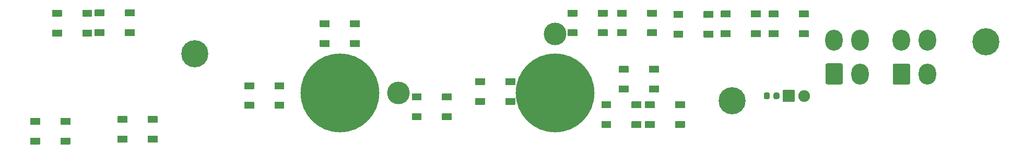
<source format=gbr>
%TF.GenerationSoftware,KiCad,Pcbnew,(5.1.12-1-10_14)*%
%TF.CreationDate,2021-11-27T12:00:23+11:00*%
%TF.ProjectId,HUD VID RCD Panel PCB V2,48554420-5649-4442-9052-43442050616e,rev?*%
%TF.SameCoordinates,Original*%
%TF.FileFunction,Soldermask,Top*%
%TF.FilePolarity,Negative*%
%FSLAX46Y46*%
G04 Gerber Fmt 4.6, Leading zero omitted, Abs format (unit mm)*
G04 Created by KiCad (PCBNEW (5.1.12-1-10_14)) date 2021-11-27 12:00:23*
%MOMM*%
%LPD*%
G01*
G04 APERTURE LIST*
%ADD10C,4.400000*%
%ADD11O,2.800000X3.400000*%
%ADD12C,12.800000*%
%ADD13C,3.672000*%
%ADD14C,1.900000*%
G04 APERTURE END LIST*
D10*
%TO.C,REF\u002A\u002A*%
X84074000Y-76073000D03*
%TD*%
%TO.C,REF\u002A\u002A*%
X171196000Y-83693000D03*
%TD*%
%TO.C,REF\u002A\u002A*%
X212344000Y-74168000D03*
%TD*%
D11*
%TO.C,J1*%
X202819000Y-73914000D03*
X198619000Y-73914000D03*
X202819000Y-79414000D03*
G36*
G01*
X197219000Y-80853600D02*
X197219000Y-77974400D01*
G75*
G02*
X197479400Y-77714000I260400J0D01*
G01*
X199758600Y-77714000D01*
G75*
G02*
X200019000Y-77974400I0J-260400D01*
G01*
X200019000Y-80853600D01*
G75*
G02*
X199758600Y-81114000I-260400J0D01*
G01*
X197479400Y-81114000D01*
G75*
G02*
X197219000Y-80853600I0J260400D01*
G01*
G37*
%TD*%
D12*
%TO.C,REF\u002A\u002A*%
X107569000Y-82423000D03*
X107569000Y-82423000D03*
D13*
X117094000Y-82423000D03*
%TD*%
D12*
%TO.C,REF\u002A\u002A*%
X142494000Y-82423000D03*
X142494000Y-82423000D03*
D13*
X142494000Y-72898000D03*
%TD*%
%TO.C,R1*%
G36*
G01*
X177272000Y-82649750D02*
X177272000Y-83212250D01*
G75*
G02*
X177028250Y-83456000I-243750J0D01*
G01*
X176540750Y-83456000D01*
G75*
G02*
X176297000Y-83212250I0J243750D01*
G01*
X176297000Y-82649750D01*
G75*
G02*
X176540750Y-82406000I243750J0D01*
G01*
X177028250Y-82406000D01*
G75*
G02*
X177272000Y-82649750I0J-243750D01*
G01*
G37*
G36*
G01*
X178847000Y-82649750D02*
X178847000Y-83212250D01*
G75*
G02*
X178603250Y-83456000I-243750J0D01*
G01*
X178115750Y-83456000D01*
G75*
G02*
X177872000Y-83212250I0J243750D01*
G01*
X177872000Y-82649750D01*
G75*
G02*
X178115750Y-82406000I243750J0D01*
G01*
X178603250Y-82406000D01*
G75*
G02*
X178847000Y-82649750I0J-243750D01*
G01*
G37*
%TD*%
D11*
%TO.C,J2*%
X191906000Y-73875000D03*
X187706000Y-73875000D03*
X191906000Y-79375000D03*
G36*
G01*
X186306000Y-80814600D02*
X186306000Y-77935400D01*
G75*
G02*
X186566400Y-77675000I260400J0D01*
G01*
X188845600Y-77675000D01*
G75*
G02*
X189106000Y-77935400I0J-260400D01*
G01*
X189106000Y-80814600D01*
G75*
G02*
X188845600Y-81075000I-260400J0D01*
G01*
X186566400Y-81075000D01*
G75*
G02*
X186306000Y-80814600I0J260400D01*
G01*
G37*
%TD*%
D14*
%TO.C,D17*%
X182880000Y-82931000D03*
G36*
G01*
X179390000Y-83831000D02*
X179390000Y-82031000D01*
G75*
G02*
X179440000Y-81981000I50000J0D01*
G01*
X181240000Y-81981000D01*
G75*
G02*
X181290000Y-82031000I0J-50000D01*
G01*
X181290000Y-83831000D01*
G75*
G02*
X181240000Y-83881000I-50000J0D01*
G01*
X179440000Y-83881000D01*
G75*
G02*
X179390000Y-83831000I0J50000D01*
G01*
G37*
%TD*%
%TO.C,D16*%
G36*
G01*
X177090000Y-70172400D02*
X177090000Y-69172400D01*
G75*
G02*
X177140000Y-69122400I50000J0D01*
G01*
X178640000Y-69122400D01*
G75*
G02*
X178690000Y-69172400I0J-50000D01*
G01*
X178690000Y-70172400D01*
G75*
G02*
X178640000Y-70222400I-50000J0D01*
G01*
X177140000Y-70222400D01*
G75*
G02*
X177090000Y-70172400I0J50000D01*
G01*
G37*
G36*
G01*
X177090000Y-73372400D02*
X177090000Y-72372400D01*
G75*
G02*
X177140000Y-72322400I50000J0D01*
G01*
X178640000Y-72322400D01*
G75*
G02*
X178690000Y-72372400I0J-50000D01*
G01*
X178690000Y-73372400D01*
G75*
G02*
X178640000Y-73422400I-50000J0D01*
G01*
X177140000Y-73422400D01*
G75*
G02*
X177090000Y-73372400I0J50000D01*
G01*
G37*
G36*
G01*
X181990000Y-70172400D02*
X181990000Y-69172400D01*
G75*
G02*
X182040000Y-69122400I50000J0D01*
G01*
X183540000Y-69122400D01*
G75*
G02*
X183590000Y-69172400I0J-50000D01*
G01*
X183590000Y-70172400D01*
G75*
G02*
X183540000Y-70222400I-50000J0D01*
G01*
X182040000Y-70222400D01*
G75*
G02*
X181990000Y-70172400I0J50000D01*
G01*
G37*
G36*
G01*
X181990000Y-73372400D02*
X181990000Y-72372400D01*
G75*
G02*
X182040000Y-72322400I50000J0D01*
G01*
X183540000Y-72322400D01*
G75*
G02*
X183590000Y-72372400I0J-50000D01*
G01*
X183590000Y-73372400D01*
G75*
G02*
X183540000Y-73422400I-50000J0D01*
G01*
X182040000Y-73422400D01*
G75*
G02*
X181990000Y-73372400I0J50000D01*
G01*
G37*
%TD*%
%TO.C,D15*%
G36*
G01*
X169329000Y-70146800D02*
X169329000Y-69146800D01*
G75*
G02*
X169379000Y-69096800I50000J0D01*
G01*
X170879000Y-69096800D01*
G75*
G02*
X170929000Y-69146800I0J-50000D01*
G01*
X170929000Y-70146800D01*
G75*
G02*
X170879000Y-70196800I-50000J0D01*
G01*
X169379000Y-70196800D01*
G75*
G02*
X169329000Y-70146800I0J50000D01*
G01*
G37*
G36*
G01*
X169329000Y-73346800D02*
X169329000Y-72346800D01*
G75*
G02*
X169379000Y-72296800I50000J0D01*
G01*
X170879000Y-72296800D01*
G75*
G02*
X170929000Y-72346800I0J-50000D01*
G01*
X170929000Y-73346800D01*
G75*
G02*
X170879000Y-73396800I-50000J0D01*
G01*
X169379000Y-73396800D01*
G75*
G02*
X169329000Y-73346800I0J50000D01*
G01*
G37*
G36*
G01*
X174229000Y-70146800D02*
X174229000Y-69146800D01*
G75*
G02*
X174279000Y-69096800I50000J0D01*
G01*
X175779000Y-69096800D01*
G75*
G02*
X175829000Y-69146800I0J-50000D01*
G01*
X175829000Y-70146800D01*
G75*
G02*
X175779000Y-70196800I-50000J0D01*
G01*
X174279000Y-70196800D01*
G75*
G02*
X174229000Y-70146800I0J50000D01*
G01*
G37*
G36*
G01*
X174229000Y-73346800D02*
X174229000Y-72346800D01*
G75*
G02*
X174279000Y-72296800I50000J0D01*
G01*
X175779000Y-72296800D01*
G75*
G02*
X175829000Y-72346800I0J-50000D01*
G01*
X175829000Y-73346800D01*
G75*
G02*
X175779000Y-73396800I-50000J0D01*
G01*
X174279000Y-73396800D01*
G75*
G02*
X174229000Y-73346800I0J50000D01*
G01*
G37*
%TD*%
%TO.C,D14*%
G36*
G01*
X161647000Y-70223200D02*
X161647000Y-69223200D01*
G75*
G02*
X161697000Y-69173200I50000J0D01*
G01*
X163197000Y-69173200D01*
G75*
G02*
X163247000Y-69223200I0J-50000D01*
G01*
X163247000Y-70223200D01*
G75*
G02*
X163197000Y-70273200I-50000J0D01*
G01*
X161697000Y-70273200D01*
G75*
G02*
X161647000Y-70223200I0J50000D01*
G01*
G37*
G36*
G01*
X161647000Y-73423200D02*
X161647000Y-72423200D01*
G75*
G02*
X161697000Y-72373200I50000J0D01*
G01*
X163197000Y-72373200D01*
G75*
G02*
X163247000Y-72423200I0J-50000D01*
G01*
X163247000Y-73423200D01*
G75*
G02*
X163197000Y-73473200I-50000J0D01*
G01*
X161697000Y-73473200D01*
G75*
G02*
X161647000Y-73423200I0J50000D01*
G01*
G37*
G36*
G01*
X166547000Y-70223200D02*
X166547000Y-69223200D01*
G75*
G02*
X166597000Y-69173200I50000J0D01*
G01*
X168097000Y-69173200D01*
G75*
G02*
X168147000Y-69223200I0J-50000D01*
G01*
X168147000Y-70223200D01*
G75*
G02*
X168097000Y-70273200I-50000J0D01*
G01*
X166597000Y-70273200D01*
G75*
G02*
X166547000Y-70223200I0J50000D01*
G01*
G37*
G36*
G01*
X166547000Y-73423200D02*
X166547000Y-72423200D01*
G75*
G02*
X166597000Y-72373200I50000J0D01*
G01*
X168097000Y-72373200D01*
G75*
G02*
X168147000Y-72423200I0J-50000D01*
G01*
X168147000Y-73423200D01*
G75*
G02*
X168097000Y-73473200I-50000J0D01*
G01*
X166597000Y-73473200D01*
G75*
G02*
X166547000Y-73423200I0J50000D01*
G01*
G37*
%TD*%
%TO.C,D13*%
G36*
G01*
X152503000Y-70020000D02*
X152503000Y-69020000D01*
G75*
G02*
X152553000Y-68970000I50000J0D01*
G01*
X154053000Y-68970000D01*
G75*
G02*
X154103000Y-69020000I0J-50000D01*
G01*
X154103000Y-70020000D01*
G75*
G02*
X154053000Y-70070000I-50000J0D01*
G01*
X152553000Y-70070000D01*
G75*
G02*
X152503000Y-70020000I0J50000D01*
G01*
G37*
G36*
G01*
X152503000Y-73220000D02*
X152503000Y-72220000D01*
G75*
G02*
X152553000Y-72170000I50000J0D01*
G01*
X154053000Y-72170000D01*
G75*
G02*
X154103000Y-72220000I0J-50000D01*
G01*
X154103000Y-73220000D01*
G75*
G02*
X154053000Y-73270000I-50000J0D01*
G01*
X152553000Y-73270000D01*
G75*
G02*
X152503000Y-73220000I0J50000D01*
G01*
G37*
G36*
G01*
X157403000Y-70020000D02*
X157403000Y-69020000D01*
G75*
G02*
X157453000Y-68970000I50000J0D01*
G01*
X158953000Y-68970000D01*
G75*
G02*
X159003000Y-69020000I0J-50000D01*
G01*
X159003000Y-70020000D01*
G75*
G02*
X158953000Y-70070000I-50000J0D01*
G01*
X157453000Y-70070000D01*
G75*
G02*
X157403000Y-70020000I0J50000D01*
G01*
G37*
G36*
G01*
X157403000Y-73220000D02*
X157403000Y-72220000D01*
G75*
G02*
X157453000Y-72170000I50000J0D01*
G01*
X158953000Y-72170000D01*
G75*
G02*
X159003000Y-72220000I0J-50000D01*
G01*
X159003000Y-73220000D01*
G75*
G02*
X158953000Y-73270000I-50000J0D01*
G01*
X157453000Y-73270000D01*
G75*
G02*
X157403000Y-73220000I0J50000D01*
G01*
G37*
%TD*%
%TO.C,D12*%
G36*
G01*
X144476000Y-70020000D02*
X144476000Y-69020000D01*
G75*
G02*
X144526000Y-68970000I50000J0D01*
G01*
X146026000Y-68970000D01*
G75*
G02*
X146076000Y-69020000I0J-50000D01*
G01*
X146076000Y-70020000D01*
G75*
G02*
X146026000Y-70070000I-50000J0D01*
G01*
X144526000Y-70070000D01*
G75*
G02*
X144476000Y-70020000I0J50000D01*
G01*
G37*
G36*
G01*
X144476000Y-73220000D02*
X144476000Y-72220000D01*
G75*
G02*
X144526000Y-72170000I50000J0D01*
G01*
X146026000Y-72170000D01*
G75*
G02*
X146076000Y-72220000I0J-50000D01*
G01*
X146076000Y-73220000D01*
G75*
G02*
X146026000Y-73270000I-50000J0D01*
G01*
X144526000Y-73270000D01*
G75*
G02*
X144476000Y-73220000I0J50000D01*
G01*
G37*
G36*
G01*
X149376000Y-70020000D02*
X149376000Y-69020000D01*
G75*
G02*
X149426000Y-68970000I50000J0D01*
G01*
X150926000Y-68970000D01*
G75*
G02*
X150976000Y-69020000I0J-50000D01*
G01*
X150976000Y-70020000D01*
G75*
G02*
X150926000Y-70070000I-50000J0D01*
G01*
X149426000Y-70070000D01*
G75*
G02*
X149376000Y-70020000I0J50000D01*
G01*
G37*
G36*
G01*
X149376000Y-73220000D02*
X149376000Y-72220000D01*
G75*
G02*
X149426000Y-72170000I50000J0D01*
G01*
X150926000Y-72170000D01*
G75*
G02*
X150976000Y-72220000I0J-50000D01*
G01*
X150976000Y-73220000D01*
G75*
G02*
X150926000Y-73270000I-50000J0D01*
G01*
X149426000Y-73270000D01*
G75*
G02*
X149376000Y-73220000I0J50000D01*
G01*
G37*
%TD*%
%TO.C,D11*%
G36*
G01*
X157012000Y-84878800D02*
X157012000Y-83878800D01*
G75*
G02*
X157062000Y-83828800I50000J0D01*
G01*
X158562000Y-83828800D01*
G75*
G02*
X158612000Y-83878800I0J-50000D01*
G01*
X158612000Y-84878800D01*
G75*
G02*
X158562000Y-84928800I-50000J0D01*
G01*
X157062000Y-84928800D01*
G75*
G02*
X157012000Y-84878800I0J50000D01*
G01*
G37*
G36*
G01*
X157012000Y-88078800D02*
X157012000Y-87078800D01*
G75*
G02*
X157062000Y-87028800I50000J0D01*
G01*
X158562000Y-87028800D01*
G75*
G02*
X158612000Y-87078800I0J-50000D01*
G01*
X158612000Y-88078800D01*
G75*
G02*
X158562000Y-88128800I-50000J0D01*
G01*
X157062000Y-88128800D01*
G75*
G02*
X157012000Y-88078800I0J50000D01*
G01*
G37*
G36*
G01*
X161912000Y-84878800D02*
X161912000Y-83878800D01*
G75*
G02*
X161962000Y-83828800I50000J0D01*
G01*
X163462000Y-83828800D01*
G75*
G02*
X163512000Y-83878800I0J-50000D01*
G01*
X163512000Y-84878800D01*
G75*
G02*
X163462000Y-84928800I-50000J0D01*
G01*
X161962000Y-84928800D01*
G75*
G02*
X161912000Y-84878800I0J50000D01*
G01*
G37*
G36*
G01*
X161912000Y-88078800D02*
X161912000Y-87078800D01*
G75*
G02*
X161962000Y-87028800I50000J0D01*
G01*
X163462000Y-87028800D01*
G75*
G02*
X163512000Y-87078800I0J-50000D01*
G01*
X163512000Y-88078800D01*
G75*
G02*
X163462000Y-88128800I-50000J0D01*
G01*
X161962000Y-88128800D01*
G75*
G02*
X161912000Y-88078800I0J50000D01*
G01*
G37*
%TD*%
%TO.C,D10*%
G36*
G01*
X149963000Y-84904400D02*
X149963000Y-83904400D01*
G75*
G02*
X150013000Y-83854400I50000J0D01*
G01*
X151513000Y-83854400D01*
G75*
G02*
X151563000Y-83904400I0J-50000D01*
G01*
X151563000Y-84904400D01*
G75*
G02*
X151513000Y-84954400I-50000J0D01*
G01*
X150013000Y-84954400D01*
G75*
G02*
X149963000Y-84904400I0J50000D01*
G01*
G37*
G36*
G01*
X149963000Y-88104400D02*
X149963000Y-87104400D01*
G75*
G02*
X150013000Y-87054400I50000J0D01*
G01*
X151513000Y-87054400D01*
G75*
G02*
X151563000Y-87104400I0J-50000D01*
G01*
X151563000Y-88104400D01*
G75*
G02*
X151513000Y-88154400I-50000J0D01*
G01*
X150013000Y-88154400D01*
G75*
G02*
X149963000Y-88104400I0J50000D01*
G01*
G37*
G36*
G01*
X154863000Y-84904400D02*
X154863000Y-83904400D01*
G75*
G02*
X154913000Y-83854400I50000J0D01*
G01*
X156413000Y-83854400D01*
G75*
G02*
X156463000Y-83904400I0J-50000D01*
G01*
X156463000Y-84904400D01*
G75*
G02*
X156413000Y-84954400I-50000J0D01*
G01*
X154913000Y-84954400D01*
G75*
G02*
X154863000Y-84904400I0J50000D01*
G01*
G37*
G36*
G01*
X154863000Y-88104400D02*
X154863000Y-87104400D01*
G75*
G02*
X154913000Y-87054400I50000J0D01*
G01*
X156413000Y-87054400D01*
G75*
G02*
X156463000Y-87104400I0J-50000D01*
G01*
X156463000Y-88104400D01*
G75*
G02*
X156413000Y-88154400I-50000J0D01*
G01*
X154913000Y-88154400D01*
G75*
G02*
X154863000Y-88104400I0J50000D01*
G01*
G37*
%TD*%
%TO.C,D9*%
G36*
G01*
X152796000Y-79138800D02*
X152796000Y-78138800D01*
G75*
G02*
X152846000Y-78088800I50000J0D01*
G01*
X154346000Y-78088800D01*
G75*
G02*
X154396000Y-78138800I0J-50000D01*
G01*
X154396000Y-79138800D01*
G75*
G02*
X154346000Y-79188800I-50000J0D01*
G01*
X152846000Y-79188800D01*
G75*
G02*
X152796000Y-79138800I0J50000D01*
G01*
G37*
G36*
G01*
X152796000Y-82338800D02*
X152796000Y-81338800D01*
G75*
G02*
X152846000Y-81288800I50000J0D01*
G01*
X154346000Y-81288800D01*
G75*
G02*
X154396000Y-81338800I0J-50000D01*
G01*
X154396000Y-82338800D01*
G75*
G02*
X154346000Y-82388800I-50000J0D01*
G01*
X152846000Y-82388800D01*
G75*
G02*
X152796000Y-82338800I0J50000D01*
G01*
G37*
G36*
G01*
X157696000Y-79138800D02*
X157696000Y-78138800D01*
G75*
G02*
X157746000Y-78088800I50000J0D01*
G01*
X159246000Y-78088800D01*
G75*
G02*
X159296000Y-78138800I0J-50000D01*
G01*
X159296000Y-79138800D01*
G75*
G02*
X159246000Y-79188800I-50000J0D01*
G01*
X157746000Y-79188800D01*
G75*
G02*
X157696000Y-79138800I0J50000D01*
G01*
G37*
G36*
G01*
X157696000Y-82338800D02*
X157696000Y-81338800D01*
G75*
G02*
X157746000Y-81288800I50000J0D01*
G01*
X159246000Y-81288800D01*
G75*
G02*
X159296000Y-81338800I0J-50000D01*
G01*
X159296000Y-82338800D01*
G75*
G02*
X159246000Y-82388800I-50000J0D01*
G01*
X157746000Y-82388800D01*
G75*
G02*
X157696000Y-82338800I0J50000D01*
G01*
G37*
%TD*%
%TO.C,D8*%
G36*
G01*
X129502000Y-81119600D02*
X129502000Y-80119600D01*
G75*
G02*
X129552000Y-80069600I50000J0D01*
G01*
X131052000Y-80069600D01*
G75*
G02*
X131102000Y-80119600I0J-50000D01*
G01*
X131102000Y-81119600D01*
G75*
G02*
X131052000Y-81169600I-50000J0D01*
G01*
X129552000Y-81169600D01*
G75*
G02*
X129502000Y-81119600I0J50000D01*
G01*
G37*
G36*
G01*
X129502000Y-84319600D02*
X129502000Y-83319600D01*
G75*
G02*
X129552000Y-83269600I50000J0D01*
G01*
X131052000Y-83269600D01*
G75*
G02*
X131102000Y-83319600I0J-50000D01*
G01*
X131102000Y-84319600D01*
G75*
G02*
X131052000Y-84369600I-50000J0D01*
G01*
X129552000Y-84369600D01*
G75*
G02*
X129502000Y-84319600I0J50000D01*
G01*
G37*
G36*
G01*
X134402000Y-81119600D02*
X134402000Y-80119600D01*
G75*
G02*
X134452000Y-80069600I50000J0D01*
G01*
X135952000Y-80069600D01*
G75*
G02*
X136002000Y-80119600I0J-50000D01*
G01*
X136002000Y-81119600D01*
G75*
G02*
X135952000Y-81169600I-50000J0D01*
G01*
X134452000Y-81169600D01*
G75*
G02*
X134402000Y-81119600I0J50000D01*
G01*
G37*
G36*
G01*
X134402000Y-84319600D02*
X134402000Y-83319600D01*
G75*
G02*
X134452000Y-83269600I50000J0D01*
G01*
X135952000Y-83269600D01*
G75*
G02*
X136002000Y-83319600I0J-50000D01*
G01*
X136002000Y-84319600D01*
G75*
G02*
X135952000Y-84369600I-50000J0D01*
G01*
X134452000Y-84369600D01*
G75*
G02*
X134402000Y-84319600I0J50000D01*
G01*
G37*
%TD*%
%TO.C,D7*%
G36*
G01*
X119229000Y-83634400D02*
X119229000Y-82634400D01*
G75*
G02*
X119279000Y-82584400I50000J0D01*
G01*
X120779000Y-82584400D01*
G75*
G02*
X120829000Y-82634400I0J-50000D01*
G01*
X120829000Y-83634400D01*
G75*
G02*
X120779000Y-83684400I-50000J0D01*
G01*
X119279000Y-83684400D01*
G75*
G02*
X119229000Y-83634400I0J50000D01*
G01*
G37*
G36*
G01*
X119229000Y-86834400D02*
X119229000Y-85834400D01*
G75*
G02*
X119279000Y-85784400I50000J0D01*
G01*
X120779000Y-85784400D01*
G75*
G02*
X120829000Y-85834400I0J-50000D01*
G01*
X120829000Y-86834400D01*
G75*
G02*
X120779000Y-86884400I-50000J0D01*
G01*
X119279000Y-86884400D01*
G75*
G02*
X119229000Y-86834400I0J50000D01*
G01*
G37*
G36*
G01*
X124129000Y-83634400D02*
X124129000Y-82634400D01*
G75*
G02*
X124179000Y-82584400I50000J0D01*
G01*
X125679000Y-82584400D01*
G75*
G02*
X125729000Y-82634400I0J-50000D01*
G01*
X125729000Y-83634400D01*
G75*
G02*
X125679000Y-83684400I-50000J0D01*
G01*
X124179000Y-83684400D01*
G75*
G02*
X124129000Y-83634400I0J50000D01*
G01*
G37*
G36*
G01*
X124129000Y-86834400D02*
X124129000Y-85834400D01*
G75*
G02*
X124179000Y-85784400I50000J0D01*
G01*
X125679000Y-85784400D01*
G75*
G02*
X125729000Y-85834400I0J-50000D01*
G01*
X125729000Y-86834400D01*
G75*
G02*
X125679000Y-86884400I-50000J0D01*
G01*
X124179000Y-86884400D01*
G75*
G02*
X124129000Y-86834400I0J50000D01*
G01*
G37*
%TD*%
%TO.C,D6*%
G36*
G01*
X104305000Y-71721600D02*
X104305000Y-70721600D01*
G75*
G02*
X104355000Y-70671600I50000J0D01*
G01*
X105855000Y-70671600D01*
G75*
G02*
X105905000Y-70721600I0J-50000D01*
G01*
X105905000Y-71721600D01*
G75*
G02*
X105855000Y-71771600I-50000J0D01*
G01*
X104355000Y-71771600D01*
G75*
G02*
X104305000Y-71721600I0J50000D01*
G01*
G37*
G36*
G01*
X104305000Y-74921600D02*
X104305000Y-73921600D01*
G75*
G02*
X104355000Y-73871600I50000J0D01*
G01*
X105855000Y-73871600D01*
G75*
G02*
X105905000Y-73921600I0J-50000D01*
G01*
X105905000Y-74921600D01*
G75*
G02*
X105855000Y-74971600I-50000J0D01*
G01*
X104355000Y-74971600D01*
G75*
G02*
X104305000Y-74921600I0J50000D01*
G01*
G37*
G36*
G01*
X109205000Y-71721600D02*
X109205000Y-70721600D01*
G75*
G02*
X109255000Y-70671600I50000J0D01*
G01*
X110755000Y-70671600D01*
G75*
G02*
X110805000Y-70721600I0J-50000D01*
G01*
X110805000Y-71721600D01*
G75*
G02*
X110755000Y-71771600I-50000J0D01*
G01*
X109255000Y-71771600D01*
G75*
G02*
X109205000Y-71721600I0J50000D01*
G01*
G37*
G36*
G01*
X109205000Y-74921600D02*
X109205000Y-73921600D01*
G75*
G02*
X109255000Y-73871600I50000J0D01*
G01*
X110755000Y-73871600D01*
G75*
G02*
X110805000Y-73921600I0J-50000D01*
G01*
X110805000Y-74921600D01*
G75*
G02*
X110755000Y-74971600I-50000J0D01*
G01*
X109255000Y-74971600D01*
G75*
G02*
X109205000Y-74921600I0J50000D01*
G01*
G37*
%TD*%
%TO.C,D5*%
G36*
G01*
X92062400Y-81780000D02*
X92062400Y-80780000D01*
G75*
G02*
X92112400Y-80730000I50000J0D01*
G01*
X93612400Y-80730000D01*
G75*
G02*
X93662400Y-80780000I0J-50000D01*
G01*
X93662400Y-81780000D01*
G75*
G02*
X93612400Y-81830000I-50000J0D01*
G01*
X92112400Y-81830000D01*
G75*
G02*
X92062400Y-81780000I0J50000D01*
G01*
G37*
G36*
G01*
X92062400Y-84980000D02*
X92062400Y-83980000D01*
G75*
G02*
X92112400Y-83930000I50000J0D01*
G01*
X93612400Y-83930000D01*
G75*
G02*
X93662400Y-83980000I0J-50000D01*
G01*
X93662400Y-84980000D01*
G75*
G02*
X93612400Y-85030000I-50000J0D01*
G01*
X92112400Y-85030000D01*
G75*
G02*
X92062400Y-84980000I0J50000D01*
G01*
G37*
G36*
G01*
X96962400Y-81780000D02*
X96962400Y-80780000D01*
G75*
G02*
X97012400Y-80730000I50000J0D01*
G01*
X98512400Y-80730000D01*
G75*
G02*
X98562400Y-80780000I0J-50000D01*
G01*
X98562400Y-81780000D01*
G75*
G02*
X98512400Y-81830000I-50000J0D01*
G01*
X97012400Y-81830000D01*
G75*
G02*
X96962400Y-81780000I0J50000D01*
G01*
G37*
G36*
G01*
X96962400Y-84980000D02*
X96962400Y-83980000D01*
G75*
G02*
X97012400Y-83930000I50000J0D01*
G01*
X98512400Y-83930000D01*
G75*
G02*
X98562400Y-83980000I0J-50000D01*
G01*
X98562400Y-84980000D01*
G75*
G02*
X98512400Y-85030000I-50000J0D01*
G01*
X97012400Y-85030000D01*
G75*
G02*
X96962400Y-84980000I0J50000D01*
G01*
G37*
%TD*%
%TO.C,D4*%
G36*
G01*
X71516000Y-87266400D02*
X71516000Y-86266400D01*
G75*
G02*
X71566000Y-86216400I50000J0D01*
G01*
X73066000Y-86216400D01*
G75*
G02*
X73116000Y-86266400I0J-50000D01*
G01*
X73116000Y-87266400D01*
G75*
G02*
X73066000Y-87316400I-50000J0D01*
G01*
X71566000Y-87316400D01*
G75*
G02*
X71516000Y-87266400I0J50000D01*
G01*
G37*
G36*
G01*
X71516000Y-90466400D02*
X71516000Y-89466400D01*
G75*
G02*
X71566000Y-89416400I50000J0D01*
G01*
X73066000Y-89416400D01*
G75*
G02*
X73116000Y-89466400I0J-50000D01*
G01*
X73116000Y-90466400D01*
G75*
G02*
X73066000Y-90516400I-50000J0D01*
G01*
X71566000Y-90516400D01*
G75*
G02*
X71516000Y-90466400I0J50000D01*
G01*
G37*
G36*
G01*
X76416000Y-87266400D02*
X76416000Y-86266400D01*
G75*
G02*
X76466000Y-86216400I50000J0D01*
G01*
X77966000Y-86216400D01*
G75*
G02*
X78016000Y-86266400I0J-50000D01*
G01*
X78016000Y-87266400D01*
G75*
G02*
X77966000Y-87316400I-50000J0D01*
G01*
X76466000Y-87316400D01*
G75*
G02*
X76416000Y-87266400I0J50000D01*
G01*
G37*
G36*
G01*
X76416000Y-90466400D02*
X76416000Y-89466400D01*
G75*
G02*
X76466000Y-89416400I50000J0D01*
G01*
X77966000Y-89416400D01*
G75*
G02*
X78016000Y-89466400I0J-50000D01*
G01*
X78016000Y-90466400D01*
G75*
G02*
X77966000Y-90516400I-50000J0D01*
G01*
X76466000Y-90516400D01*
G75*
G02*
X76416000Y-90466400I0J50000D01*
G01*
G37*
%TD*%
%TO.C,D3*%
G36*
G01*
X67807600Y-69994400D02*
X67807600Y-68994400D01*
G75*
G02*
X67857600Y-68944400I50000J0D01*
G01*
X69357600Y-68944400D01*
G75*
G02*
X69407600Y-68994400I0J-50000D01*
G01*
X69407600Y-69994400D01*
G75*
G02*
X69357600Y-70044400I-50000J0D01*
G01*
X67857600Y-70044400D01*
G75*
G02*
X67807600Y-69994400I0J50000D01*
G01*
G37*
G36*
G01*
X67807600Y-73194400D02*
X67807600Y-72194400D01*
G75*
G02*
X67857600Y-72144400I50000J0D01*
G01*
X69357600Y-72144400D01*
G75*
G02*
X69407600Y-72194400I0J-50000D01*
G01*
X69407600Y-73194400D01*
G75*
G02*
X69357600Y-73244400I-50000J0D01*
G01*
X67857600Y-73244400D01*
G75*
G02*
X67807600Y-73194400I0J50000D01*
G01*
G37*
G36*
G01*
X72707600Y-69994400D02*
X72707600Y-68994400D01*
G75*
G02*
X72757600Y-68944400I50000J0D01*
G01*
X74257600Y-68944400D01*
G75*
G02*
X74307600Y-68994400I0J-50000D01*
G01*
X74307600Y-69994400D01*
G75*
G02*
X74257600Y-70044400I-50000J0D01*
G01*
X72757600Y-70044400D01*
G75*
G02*
X72707600Y-69994400I0J50000D01*
G01*
G37*
G36*
G01*
X72707600Y-73194400D02*
X72707600Y-72194400D01*
G75*
G02*
X72757600Y-72144400I50000J0D01*
G01*
X74257600Y-72144400D01*
G75*
G02*
X74307600Y-72194400I0J-50000D01*
G01*
X74307600Y-73194400D01*
G75*
G02*
X74257600Y-73244400I-50000J0D01*
G01*
X72757600Y-73244400D01*
G75*
G02*
X72707600Y-73194400I0J50000D01*
G01*
G37*
%TD*%
%TO.C,D2*%
G36*
G01*
X60898800Y-70045200D02*
X60898800Y-69045200D01*
G75*
G02*
X60948800Y-68995200I50000J0D01*
G01*
X62448800Y-68995200D01*
G75*
G02*
X62498800Y-69045200I0J-50000D01*
G01*
X62498800Y-70045200D01*
G75*
G02*
X62448800Y-70095200I-50000J0D01*
G01*
X60948800Y-70095200D01*
G75*
G02*
X60898800Y-70045200I0J50000D01*
G01*
G37*
G36*
G01*
X60898800Y-73245200D02*
X60898800Y-72245200D01*
G75*
G02*
X60948800Y-72195200I50000J0D01*
G01*
X62448800Y-72195200D01*
G75*
G02*
X62498800Y-72245200I0J-50000D01*
G01*
X62498800Y-73245200D01*
G75*
G02*
X62448800Y-73295200I-50000J0D01*
G01*
X60948800Y-73295200D01*
G75*
G02*
X60898800Y-73245200I0J50000D01*
G01*
G37*
G36*
G01*
X65798800Y-70045200D02*
X65798800Y-69045200D01*
G75*
G02*
X65848800Y-68995200I50000J0D01*
G01*
X67348800Y-68995200D01*
G75*
G02*
X67398800Y-69045200I0J-50000D01*
G01*
X67398800Y-70045200D01*
G75*
G02*
X67348800Y-70095200I-50000J0D01*
G01*
X65848800Y-70095200D01*
G75*
G02*
X65798800Y-70045200I0J50000D01*
G01*
G37*
G36*
G01*
X65798800Y-73245200D02*
X65798800Y-72245200D01*
G75*
G02*
X65848800Y-72195200I50000J0D01*
G01*
X67348800Y-72195200D01*
G75*
G02*
X67398800Y-72245200I0J-50000D01*
G01*
X67398800Y-73245200D01*
G75*
G02*
X67348800Y-73295200I-50000J0D01*
G01*
X65848800Y-73295200D01*
G75*
G02*
X65798800Y-73245200I0J50000D01*
G01*
G37*
%TD*%
%TO.C,D1*%
G36*
G01*
X57366000Y-87571200D02*
X57366000Y-86571200D01*
G75*
G02*
X57416000Y-86521200I50000J0D01*
G01*
X58916000Y-86521200D01*
G75*
G02*
X58966000Y-86571200I0J-50000D01*
G01*
X58966000Y-87571200D01*
G75*
G02*
X58916000Y-87621200I-50000J0D01*
G01*
X57416000Y-87621200D01*
G75*
G02*
X57366000Y-87571200I0J50000D01*
G01*
G37*
G36*
G01*
X57366000Y-90771200D02*
X57366000Y-89771200D01*
G75*
G02*
X57416000Y-89721200I50000J0D01*
G01*
X58916000Y-89721200D01*
G75*
G02*
X58966000Y-89771200I0J-50000D01*
G01*
X58966000Y-90771200D01*
G75*
G02*
X58916000Y-90821200I-50000J0D01*
G01*
X57416000Y-90821200D01*
G75*
G02*
X57366000Y-90771200I0J50000D01*
G01*
G37*
G36*
G01*
X62266000Y-87571200D02*
X62266000Y-86571200D01*
G75*
G02*
X62316000Y-86521200I50000J0D01*
G01*
X63816000Y-86521200D01*
G75*
G02*
X63866000Y-86571200I0J-50000D01*
G01*
X63866000Y-87571200D01*
G75*
G02*
X63816000Y-87621200I-50000J0D01*
G01*
X62316000Y-87621200D01*
G75*
G02*
X62266000Y-87571200I0J50000D01*
G01*
G37*
G36*
G01*
X62266000Y-90771200D02*
X62266000Y-89771200D01*
G75*
G02*
X62316000Y-89721200I50000J0D01*
G01*
X63816000Y-89721200D01*
G75*
G02*
X63866000Y-89771200I0J-50000D01*
G01*
X63866000Y-90771200D01*
G75*
G02*
X63816000Y-90821200I-50000J0D01*
G01*
X62316000Y-90821200D01*
G75*
G02*
X62266000Y-90771200I0J50000D01*
G01*
G37*
%TD*%
M02*

</source>
